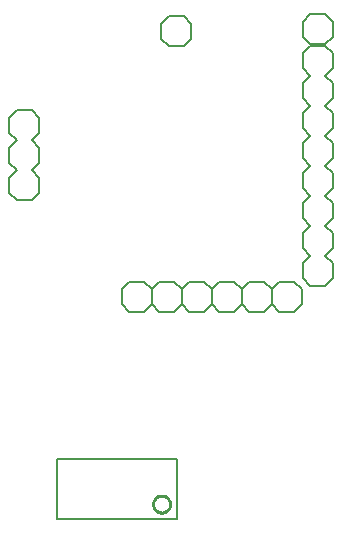
<source format=gbr>
G04 DipTrace 2.4.0.2*
%INBottomSilk.gbr*%
%MOMM*%
%ADD16C,0.203*%
%ADD17C,0.254*%
%FSLAX53Y53*%
G04*
G71*
G90*
G75*
G01*
%LNBotSilk*%
%LPD*%
X39580Y14457D2*
D16*
X29420D1*
X39580D2*
Y10392D1*
X29420Y14457D2*
Y9377D1*
X39580D2*
X29420D1*
X39580D2*
Y10392D1*
Y10901D1*
X37592Y10647D2*
D17*
X37593Y10697D1*
X37599Y10747D1*
X37607Y10796D1*
X37620Y10845D1*
X37635Y10892D1*
X37654Y10939D1*
X37676Y10984D1*
X37701Y11027D1*
X37729Y11069D1*
X37760Y11108D1*
X37793Y11145D1*
X37829Y11180D1*
X37868Y11212D1*
X37908Y11242D1*
X37951Y11268D1*
X37995Y11292D1*
X38041Y11312D1*
X38088Y11330D1*
X38136Y11343D1*
X38185Y11354D1*
X38235Y11361D1*
X38285Y11364D1*
X38335D1*
X38385Y11361D1*
X38435Y11354D1*
X38484Y11343D1*
X38532Y11330D1*
X38579Y11312D1*
X38625Y11292D1*
X38669Y11268D1*
X38712Y11242D1*
X38752Y11212D1*
X38791Y11180D1*
X38827Y11145D1*
X38860Y11108D1*
X38891Y11069D1*
X38919Y11027D1*
X38944Y10984D1*
X38966Y10939D1*
X38985Y10892D1*
X39000Y10845D1*
X39013Y10796D1*
X39021Y10747D1*
X39027Y10697D1*
X39028Y10647D1*
X39027Y10597D1*
X39021Y10547D1*
X39013Y10497D1*
X39000Y10449D1*
X38985Y10401D1*
X38966Y10355D1*
X38944Y10310D1*
X38919Y10266D1*
X38891Y10225D1*
X38860Y10185D1*
X38827Y10148D1*
X38791Y10113D1*
X38752Y10081D1*
X38712Y10052D1*
X38669Y10025D1*
X38625Y10001D1*
X38579Y9981D1*
X38532Y9964D1*
X38484Y9950D1*
X38435Y9940D1*
X38385Y9933D1*
X38335Y9929D1*
X38285D1*
X38235Y9933D1*
X38185Y9940D1*
X38136Y9950D1*
X38088Y9964D1*
X38041Y9981D1*
X37995Y10001D1*
X37951Y10025D1*
X37908Y10052D1*
X37868Y10081D1*
X37829Y10113D1*
X37793Y10148D1*
X37760Y10185D1*
X37729Y10225D1*
X37701Y10266D1*
X37676Y10310D1*
X37654Y10355D1*
X37635Y10401D1*
X37620Y10449D1*
X37607Y10497D1*
X37599Y10547D1*
X37593Y10597D1*
X37592Y10647D1*
X27323Y41437D2*
D16*
X27958Y42072D1*
Y43342D1*
X27323Y43977D1*
X26053D2*
X25418Y43342D1*
Y42072D1*
X26053Y41437D1*
X27958Y36991D2*
Y38262D1*
X27323Y38896D1*
X26053D2*
X25418Y38262D1*
X27323Y38896D2*
X27958Y39532D1*
Y40801D1*
X27323Y41437D1*
X26053D2*
X25418Y40801D1*
Y39532D1*
X26053Y38896D1*
X27323Y36357D2*
X26053D1*
X27958Y36991D2*
X27323Y36357D1*
X26053D2*
X25418Y36991D1*
Y38262D2*
Y36991D1*
X27323Y43977D2*
X26053D1*
X52791Y45005D2*
Y46275D1*
X52156Y46911D1*
X50886D2*
X50251Y46275D1*
X52156Y41831D2*
X52791Y42465D1*
Y43735D1*
X52156Y44371D1*
X50886D2*
X50251Y43735D1*
Y42465D1*
X50886Y41831D1*
X52791Y45005D2*
X52156Y44371D1*
X50886D2*
X50251Y45005D1*
Y46275D2*
Y45005D1*
X52791Y37385D2*
Y38655D1*
X52156Y39291D1*
X50886D2*
X50251Y38655D1*
X52156Y39291D2*
X52791Y39925D1*
Y41195D1*
X52156Y41831D1*
X50886D2*
X50251Y41195D1*
Y39925D1*
X50886Y39291D1*
X52156Y34211D2*
X52791Y34845D1*
Y36115D1*
X52156Y36751D1*
X50886D2*
X50251Y36115D1*
Y34845D1*
X50886Y34211D1*
X52791Y37385D2*
X52156Y36751D1*
X50886D2*
X50251Y37385D1*
Y38655D2*
Y37385D1*
X52791Y29765D2*
Y31037D1*
X52156Y31671D1*
X50886D2*
X50251Y31037D1*
X52156Y31671D2*
X52791Y32305D1*
Y33575D1*
X52156Y34211D1*
X50886D2*
X50251Y33575D1*
Y32305D1*
X50886Y31671D1*
X52156Y29131D2*
X50886D1*
X52791Y29765D2*
X52156Y29131D1*
X50886D2*
X50251Y29765D1*
Y31037D2*
Y29765D1*
X52791Y47545D2*
Y48815D1*
X52156Y49451D1*
X50886D1*
X50251Y48815D1*
X52791Y47545D2*
X52156Y46911D1*
X50886D2*
X50251Y47545D1*
Y48815D2*
Y47545D1*
X50243Y51502D2*
X50878Y52137D1*
X52148D1*
X52783Y51502D1*
Y50232D1*
X52148Y49597D1*
X50878D1*
X50243Y50232D1*
Y51502D1*
X38272Y51322D2*
X38907Y51957D1*
X40177D1*
X40812Y51322D1*
Y50052D1*
X40177Y49417D1*
X38907D1*
X38272Y50052D1*
Y51322D1*
X50162Y28823D2*
X49527Y29458D1*
X48257D1*
X47622Y28823D1*
X46988Y29458D1*
X45717D1*
X45083Y28823D1*
X44447Y29458D1*
X43178D1*
X42542Y28823D1*
X41907Y29458D1*
X40637D1*
X40002Y28823D1*
X39368Y29458D1*
X38097D1*
X37463Y28823D1*
X36827Y29458D1*
X35558D1*
X34922Y28823D1*
Y27553D1*
X35558Y26918D1*
X36827D1*
X37463Y27553D1*
X38097Y26918D1*
X39368D1*
X40002Y27553D1*
X40637Y26918D1*
X41907D1*
X42542Y27553D1*
X43178Y26918D1*
X44447D1*
X45083Y27553D1*
X45717Y26918D1*
X46988D1*
X47622Y27553D1*
X48257Y26918D1*
X49527D1*
X50162Y27553D1*
Y28823D1*
X47622D2*
Y27553D1*
X45083Y28823D2*
Y27553D1*
X42542Y28823D2*
Y27553D1*
X40002Y28823D2*
Y27553D1*
X37463Y28823D2*
Y27553D1*
M02*

</source>
